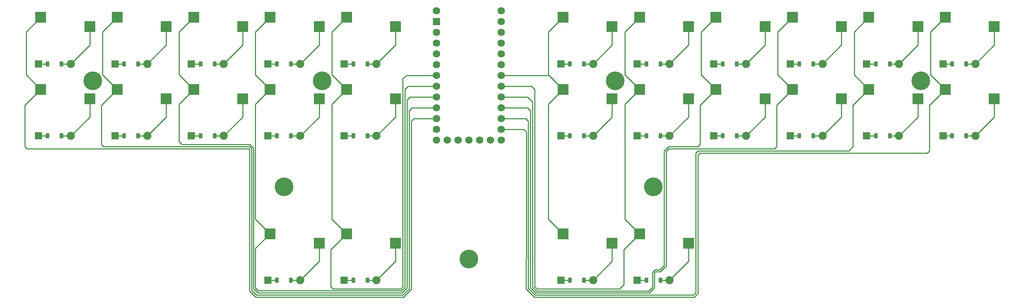
<source format=gbr>
%TF.GenerationSoftware,KiCad,Pcbnew,9.0.0*%
%TF.CreationDate,2025-03-10T18:29:08+01:00*%
%TF.ProjectId,pcb,7063622e-6b69-4636-9164-5f7063625858,v1.0.0*%
%TF.SameCoordinates,Original*%
%TF.FileFunction,Copper,L2,Bot*%
%TF.FilePolarity,Positive*%
%FSLAX46Y46*%
G04 Gerber Fmt 4.6, Leading zero omitted, Abs format (unit mm)*
G04 Created by KiCad (PCBNEW 9.0.0) date 2025-03-10 18:29:08*
%MOMM*%
%LPD*%
G01*
G04 APERTURE LIST*
%TA.AperFunction,ComponentPad*%
%ADD10R,1.778000X1.778000*%
%TD*%
%TA.AperFunction,SMDPad,CuDef*%
%ADD11R,0.900000X1.200000*%
%TD*%
%TA.AperFunction,ComponentPad*%
%ADD12C,1.905000*%
%TD*%
%TA.AperFunction,SMDPad,CuDef*%
%ADD13R,2.600000X2.600000*%
%TD*%
%TA.AperFunction,ComponentPad*%
%ADD14C,0.700000*%
%TD*%
%TA.AperFunction,ComponentPad*%
%ADD15C,4.400000*%
%TD*%
%TA.AperFunction,ComponentPad*%
%ADD16R,1.752600X1.752600*%
%TD*%
%TA.AperFunction,ComponentPad*%
%ADD17C,1.752600*%
%TD*%
%TA.AperFunction,Conductor*%
%ADD18C,0.250000*%
%TD*%
G04 APERTURE END LIST*
D10*
%TO.P,D13,1*%
%TO.N,D9*%
X237190000Y-105000000D03*
D11*
X239350000Y-105000000D03*
%TO.P,D13,2*%
%TO.N,index_rbottom*%
X242650000Y-105000000D03*
D12*
X244810000Y-105000000D03*
%TD*%
D10*
%TO.P,D14,1*%
%TO.N,D2*%
X237190000Y-88000000D03*
D11*
X239350000Y-88000000D03*
%TO.P,D14,2*%
%TO.N,index_rtop*%
X242650000Y-88000000D03*
D12*
X244810000Y-88000000D03*
%TD*%
D13*
%TO.P,S20,1*%
%TO.N,D7*%
X291725000Y-77050000D03*
%TO.P,S20,2*%
%TO.N,pinky_rtop*%
X303275000Y-79250000D03*
%TD*%
%TO.P,S14,1*%
%TO.N,D4*%
X237725000Y-77050000D03*
%TO.P,S14,2*%
%TO.N,index_rtop*%
X249275000Y-79250000D03*
%TD*%
D10*
%TO.P,D5,1*%
%TO.N,D23*%
X132190000Y-105000000D03*
D11*
X134350000Y-105000000D03*
%TO.P,D5,2*%
%TO.N,middle_lbottom*%
X137650000Y-105000000D03*
D12*
X139810000Y-105000000D03*
%TD*%
D10*
%TO.P,D24,1*%
%TO.N,D21*%
X168190000Y-139000000D03*
D11*
X170350000Y-139000000D03*
%TO.P,D24,2*%
%TO.N,inner_lttop*%
X173650000Y-139000000D03*
D12*
X175810000Y-139000000D03*
%TD*%
D14*
%TO.P,_5,1*%
%TO.N,N/C*%
X152350000Y-117000000D03*
X152833274Y-115833274D03*
X152833274Y-118166726D03*
X154000000Y-115350000D03*
D15*
X154000000Y-117000000D03*
D14*
X154000000Y-118650000D03*
X155166726Y-115833274D03*
X155166726Y-118166726D03*
X155650000Y-117000000D03*
%TD*%
D10*
%TO.P,D17,1*%
%TO.N,D9*%
X273190000Y-105000000D03*
D11*
X275350000Y-105000000D03*
%TO.P,D17,2*%
%TO.N,ring_rbottom*%
X278650000Y-105000000D03*
D12*
X280810000Y-105000000D03*
%TD*%
D13*
%TO.P,S9,1*%
%TO.N,D28*%
X168725000Y-94050000D03*
%TO.P,S9,2*%
%TO.N,inner_lbottom*%
X180275000Y-96250000D03*
%TD*%
D10*
%TO.P,D1,1*%
%TO.N,D23*%
X96190000Y-105000000D03*
D11*
X98350000Y-105000000D03*
%TO.P,D1,2*%
%TO.N,pinky_lbottom*%
X101650000Y-105000000D03*
D12*
X103810000Y-105000000D03*
%TD*%
D13*
%TO.P,S8,1*%
%TO.N,D27*%
X150725000Y-77050000D03*
%TO.P,S8,2*%
%TO.N,index_ltop*%
X162275000Y-79250000D03*
%TD*%
D10*
%TO.P,D16,1*%
%TO.N,D2*%
X255190000Y-88000000D03*
D11*
X257350000Y-88000000D03*
%TO.P,D16,2*%
%TO.N,middle_rtop*%
X260650000Y-88000000D03*
D12*
X262810000Y-88000000D03*
%TD*%
D10*
%TO.P,D22,1*%
%TO.N,D2*%
X309190000Y-88000000D03*
D11*
X311350000Y-88000000D03*
%TO.P,D22,2*%
%TO.N,outer_rtop*%
X314650000Y-88000000D03*
D12*
X316810000Y-88000000D03*
%TD*%
D10*
%TO.P,D19,1*%
%TO.N,D9*%
X291190000Y-105000000D03*
D11*
X293350000Y-105000000D03*
%TO.P,D19,2*%
%TO.N,pinky_rbottom*%
X296650000Y-105000000D03*
D12*
X298810000Y-105000000D03*
%TD*%
D10*
%TO.P,D2,1*%
%TO.N,D29*%
X96190000Y-88000000D03*
D11*
X98350000Y-88000000D03*
%TO.P,D2,2*%
%TO.N,pinky_ltop*%
X101650000Y-88000000D03*
D12*
X103810000Y-88000000D03*
%TD*%
D10*
%TO.P,D9,1*%
%TO.N,D23*%
X168190000Y-105000000D03*
D11*
X170350000Y-105000000D03*
%TO.P,D9,2*%
%TO.N,inner_lbottom*%
X173650000Y-105000000D03*
D12*
X175810000Y-105000000D03*
%TD*%
D10*
%TO.P,D20,1*%
%TO.N,D2*%
X291190000Y-88000000D03*
D11*
X293350000Y-88000000D03*
%TO.P,D20,2*%
%TO.N,pinky_rtop*%
X296650000Y-88000000D03*
D12*
X298810000Y-88000000D03*
%TD*%
D13*
%TO.P,S10,1*%
%TO.N,D28*%
X168725000Y-77050000D03*
%TO.P,S10,2*%
%TO.N,inner_ltop*%
X180275000Y-79250000D03*
%TD*%
D10*
%TO.P,D3,1*%
%TO.N,D23*%
X114190000Y-105000000D03*
D11*
X116350000Y-105000000D03*
%TO.P,D3,2*%
%TO.N,ring_lbottom*%
X119650000Y-105000000D03*
D12*
X121810000Y-105000000D03*
%TD*%
D10*
%TO.P,D26,1*%
%TO.N,D21*%
X237190000Y-139000000D03*
D11*
X239350000Y-139000000D03*
%TO.P,D26,2*%
%TO.N,outer_rttop*%
X242650000Y-139000000D03*
D12*
X244810000Y-139000000D03*
%TD*%
D10*
%TO.P,D21,1*%
%TO.N,D9*%
X309190000Y-105000000D03*
D11*
X311350000Y-105000000D03*
%TO.P,D21,2*%
%TO.N,outer_rbottom*%
X314650000Y-105000000D03*
D12*
X316810000Y-105000000D03*
%TD*%
D13*
%TO.P,S6,1*%
%TO.N,D26*%
X132725000Y-77050000D03*
%TO.P,S6,2*%
%TO.N,middle_ltop*%
X144275000Y-79250000D03*
%TD*%
D16*
%TO.P,MCU1,1*%
%TO.N,RAW*%
X189880000Y-78030000D03*
D17*
%TO.P,MCU1,2*%
%TO.N,Dm*%
X189880000Y-75490000D03*
%TO.N,GND*%
X189880000Y-80570000D03*
%TO.P,MCU1,3*%
%TO.N,RST*%
X189880000Y-83110000D03*
%TO.P,MCU1,4*%
%TO.N,VCC*%
X189880000Y-85650000D03*
%TO.P,MCU1,5*%
%TO.N,D29*%
X189880000Y-88190000D03*
%TO.P,MCU1,6*%
%TO.N,D28*%
X189880000Y-90730000D03*
%TO.P,MCU1,7*%
%TO.N,D27*%
X189880000Y-93270000D03*
%TO.P,MCU1,8*%
%TO.N,D26*%
X189880000Y-95810000D03*
%TO.P,MCU1,9*%
%TO.N,D22*%
X189880000Y-98350000D03*
%TO.P,MCU1,10*%
%TO.N,D20*%
X189880000Y-100890000D03*
%TO.P,MCU1,11*%
%TO.N,D23*%
X189880000Y-103430000D03*
%TO.P,MCU1,12*%
%TO.N,D21*%
X189880000Y-105970000D03*
%TO.P,MCU1,13*%
%TO.N,D12*%
X202580000Y-105970000D03*
%TO.P,MCU1,14*%
%TO.N,D13*%
X200040000Y-105970000D03*
%TO.P,MCU1,15*%
%TO.N,D14*%
X197500000Y-105970000D03*
%TO.P,MCU1,16*%
%TO.N,D15*%
X194960000Y-105970000D03*
%TO.P,MCU1,17*%
%TO.N,D16*%
X192420000Y-105970000D03*
%TO.P,MCU1,18*%
%TO.N,Dp*%
X205120000Y-75490000D03*
%TO.P,MCU1,19*%
%TO.N,D0*%
X205120000Y-78030000D03*
%TO.P,MCU1,20*%
%TO.N,D1*%
X205120000Y-80570000D03*
%TO.P,MCU1,21*%
%TO.N,GND*%
X205120000Y-83110000D03*
%TO.P,MCU1,22*%
X205120000Y-85650000D03*
%TO.P,MCU1,23*%
%TO.N,D2*%
X205120000Y-88190000D03*
%TO.P,MCU1,24*%
%TO.N,D3*%
X205120000Y-90730000D03*
%TO.P,MCU1,25*%
%TO.N,D4*%
X205120000Y-93270000D03*
%TO.P,MCU1,26*%
%TO.N,D5*%
X205120000Y-95810000D03*
%TO.P,MCU1,27*%
%TO.N,D6*%
X205120000Y-98350000D03*
%TO.P,MCU1,28*%
%TO.N,D7*%
X205120000Y-100890000D03*
%TO.P,MCU1,29*%
%TO.N,D8*%
X205120000Y-103430000D03*
%TO.P,MCU1,30*%
%TO.N,D9*%
X205120000Y-105970000D03*
%TD*%
D10*
%TO.P,D12,1*%
%TO.N,D2*%
X219190000Y-88000000D03*
D11*
X221350000Y-88000000D03*
%TO.P,D12,2*%
%TO.N,inner_rtop*%
X224650000Y-88000000D03*
D12*
X226810000Y-88000000D03*
%TD*%
D10*
%TO.P,D11,1*%
%TO.N,D9*%
X219190000Y-105000000D03*
D11*
X221350000Y-105000000D03*
%TO.P,D11,2*%
%TO.N,inner_rbottom*%
X224650000Y-105000000D03*
D12*
X226810000Y-105000000D03*
%TD*%
D13*
%TO.P,S22,1*%
%TO.N,D8*%
X309725000Y-77050000D03*
%TO.P,S22,2*%
%TO.N,outer_rtop*%
X321275000Y-79250000D03*
%TD*%
%TO.P,S4,1*%
%TO.N,D22*%
X114725000Y-77050000D03*
%TO.P,S4,2*%
%TO.N,ring_ltop*%
X126275000Y-79250000D03*
%TD*%
%TO.P,S3,1*%
%TO.N,D22*%
X114725000Y-94050000D03*
%TO.P,S3,2*%
%TO.N,ring_lbottom*%
X126275000Y-96250000D03*
%TD*%
D10*
%TO.P,D15,1*%
%TO.N,D9*%
X255190000Y-105000000D03*
D11*
X257350000Y-105000000D03*
%TO.P,D15,2*%
%TO.N,middle_rbottom*%
X260650000Y-105000000D03*
D12*
X262810000Y-105000000D03*
%TD*%
D10*
%TO.P,D7,1*%
%TO.N,D23*%
X150190000Y-105000000D03*
D11*
X152350000Y-105000000D03*
%TO.P,D7,2*%
%TO.N,index_lbottom*%
X155650000Y-105000000D03*
D12*
X157810000Y-105000000D03*
%TD*%
D13*
%TO.P,S23,1*%
%TO.N,D27*%
X150725000Y-128050000D03*
%TO.P,S23,2*%
%TO.N,outer_lttop*%
X162275000Y-130250000D03*
%TD*%
%TO.P,S5,1*%
%TO.N,D26*%
X132725000Y-94050000D03*
%TO.P,S5,2*%
%TO.N,middle_lbottom*%
X144275000Y-96250000D03*
%TD*%
%TO.P,S24,1*%
%TO.N,D28*%
X168725000Y-128050000D03*
%TO.P,S24,2*%
%TO.N,inner_lttop*%
X180275000Y-130250000D03*
%TD*%
%TO.P,S21,1*%
%TO.N,D8*%
X309725000Y-94050000D03*
%TO.P,S21,2*%
%TO.N,outer_rbottom*%
X321275000Y-96250000D03*
%TD*%
%TO.P,S1,1*%
%TO.N,D20*%
X96725000Y-94050000D03*
%TO.P,S1,2*%
%TO.N,pinky_lbottom*%
X108275000Y-96250000D03*
%TD*%
%TO.P,S17,1*%
%TO.N,D6*%
X273725000Y-94050000D03*
%TO.P,S17,2*%
%TO.N,ring_rbottom*%
X285275000Y-96250000D03*
%TD*%
%TO.P,S7,1*%
%TO.N,D27*%
X150725000Y-94050000D03*
%TO.P,S7,2*%
%TO.N,index_lbottom*%
X162275000Y-96250000D03*
%TD*%
D10*
%TO.P,D25,1*%
%TO.N,D21*%
X219190000Y-139000000D03*
D11*
X221350000Y-139000000D03*
%TO.P,D25,2*%
%TO.N,inner_rttop*%
X224650000Y-139000000D03*
D12*
X226810000Y-139000000D03*
%TD*%
D14*
%TO.P,_1,1*%
%TO.N,N/C*%
X107350000Y-92000000D03*
X107833274Y-90833274D03*
X107833274Y-93166726D03*
X109000000Y-90350000D03*
D15*
X109000000Y-92000000D03*
D14*
X109000000Y-93650000D03*
X110166726Y-90833274D03*
X110166726Y-93166726D03*
X110650000Y-92000000D03*
%TD*%
D13*
%TO.P,S12,1*%
%TO.N,D3*%
X219725000Y-77050000D03*
%TO.P,S12,2*%
%TO.N,inner_rtop*%
X231275000Y-79250000D03*
%TD*%
D14*
%TO.P,_6,1*%
%TO.N,N/C*%
X239350000Y-117000000D03*
X239833274Y-115833274D03*
X239833274Y-118166726D03*
X241000000Y-115350000D03*
D15*
X241000000Y-117000000D03*
D14*
X241000000Y-118650000D03*
X242166726Y-115833274D03*
X242166726Y-118166726D03*
X242650000Y-117000000D03*
%TD*%
D13*
%TO.P,S26,1*%
%TO.N,D4*%
X237725000Y-128050000D03*
%TO.P,S26,2*%
%TO.N,outer_rttop*%
X249275000Y-130250000D03*
%TD*%
%TO.P,S19,1*%
%TO.N,D7*%
X291725000Y-94050000D03*
%TO.P,S19,2*%
%TO.N,pinky_rbottom*%
X303275000Y-96250000D03*
%TD*%
D10*
%TO.P,D6,1*%
%TO.N,D29*%
X132190000Y-88000000D03*
D11*
X134350000Y-88000000D03*
%TO.P,D6,2*%
%TO.N,middle_ltop*%
X137650000Y-88000000D03*
D12*
X139810000Y-88000000D03*
%TD*%
D10*
%TO.P,D4,1*%
%TO.N,D29*%
X114190000Y-88000000D03*
D11*
X116350000Y-88000000D03*
%TO.P,D4,2*%
%TO.N,ring_ltop*%
X119650000Y-88000000D03*
D12*
X121810000Y-88000000D03*
%TD*%
D10*
%TO.P,D18,1*%
%TO.N,D2*%
X273190000Y-88000000D03*
D11*
X275350000Y-88000000D03*
%TO.P,D18,2*%
%TO.N,ring_rtop*%
X278650000Y-88000000D03*
D12*
X280810000Y-88000000D03*
%TD*%
D13*
%TO.P,S15,1*%
%TO.N,D5*%
X255725000Y-94050000D03*
%TO.P,S15,2*%
%TO.N,middle_rbottom*%
X267275000Y-96250000D03*
%TD*%
%TO.P,S13,1*%
%TO.N,D4*%
X237725000Y-94050000D03*
%TO.P,S13,2*%
%TO.N,index_rbottom*%
X249275000Y-96250000D03*
%TD*%
%TO.P,S18,1*%
%TO.N,D6*%
X273725000Y-77050000D03*
%TO.P,S18,2*%
%TO.N,ring_rtop*%
X285275000Y-79250000D03*
%TD*%
D10*
%TO.P,D10,1*%
%TO.N,D29*%
X168190000Y-88000000D03*
D11*
X170350000Y-88000000D03*
%TO.P,D10,2*%
%TO.N,inner_ltop*%
X173650000Y-88000000D03*
D12*
X175810000Y-88000000D03*
%TD*%
D13*
%TO.P,S16,1*%
%TO.N,D5*%
X255725000Y-77050000D03*
%TO.P,S16,2*%
%TO.N,middle_rtop*%
X267275000Y-79250000D03*
%TD*%
D10*
%TO.P,D23,1*%
%TO.N,D21*%
X150190000Y-139000000D03*
D11*
X152350000Y-139000000D03*
%TO.P,D23,2*%
%TO.N,outer_lttop*%
X155650000Y-139000000D03*
D12*
X157810000Y-139000000D03*
%TD*%
D13*
%TO.P,S25,1*%
%TO.N,D3*%
X219725000Y-128050000D03*
%TO.P,S25,2*%
%TO.N,inner_rttop*%
X231275000Y-130250000D03*
%TD*%
D14*
%TO.P,_4,1*%
%TO.N,N/C*%
X302350000Y-92000000D03*
X302833274Y-90833274D03*
X302833274Y-93166726D03*
X304000000Y-90350000D03*
D15*
X304000000Y-92000000D03*
D14*
X304000000Y-93650000D03*
X305166726Y-90833274D03*
X305166726Y-93166726D03*
X305650000Y-92000000D03*
%TD*%
D13*
%TO.P,S11,1*%
%TO.N,D3*%
X219725000Y-94050000D03*
%TO.P,S11,2*%
%TO.N,inner_rbottom*%
X231275000Y-96250000D03*
%TD*%
D14*
%TO.P,_3,1*%
%TO.N,N/C*%
X230350000Y-92000000D03*
X230833274Y-90833274D03*
X230833274Y-93166726D03*
X232000000Y-90350000D03*
D15*
X232000000Y-92000000D03*
D14*
X232000000Y-93650000D03*
X233166726Y-90833274D03*
X233166726Y-93166726D03*
X233650000Y-92000000D03*
%TD*%
D13*
%TO.P,S2,1*%
%TO.N,D20*%
X96725000Y-77050000D03*
%TO.P,S2,2*%
%TO.N,pinky_ltop*%
X108275000Y-79250000D03*
%TD*%
D10*
%TO.P,D8,1*%
%TO.N,D29*%
X150190000Y-88000000D03*
D11*
X152350000Y-88000000D03*
%TO.P,D8,2*%
%TO.N,index_ltop*%
X155650000Y-88000000D03*
D12*
X157810000Y-88000000D03*
%TD*%
D14*
%TO.P,_7,1*%
%TO.N,N/C*%
X195850000Y-134000000D03*
X196333274Y-132833274D03*
X196333274Y-135166726D03*
X197500000Y-132350000D03*
D15*
X197500000Y-134000000D03*
D14*
X197500000Y-135650000D03*
X198666726Y-132833274D03*
X198666726Y-135166726D03*
X199150000Y-134000000D03*
%TD*%
%TO.P,_2,1*%
%TO.N,N/C*%
X161350000Y-92000000D03*
X161833274Y-90833274D03*
X161833274Y-93166726D03*
X163000000Y-90350000D03*
D15*
X163000000Y-92000000D03*
D14*
X163000000Y-93650000D03*
X164166726Y-90833274D03*
X164166726Y-93166726D03*
X164650000Y-92000000D03*
%TD*%
D18*
%TO.N,D5*%
X255725000Y-94050000D02*
X252000000Y-97775000D01*
X241362190Y-136500000D02*
X240761311Y-137100879D01*
X252000000Y-97775000D02*
X252000000Y-107000000D01*
X252000000Y-107000000D02*
X251500000Y-107500000D01*
X240761311Y-137100879D02*
X240761311Y-140600879D01*
X251500000Y-107500000D02*
X244500000Y-107500000D01*
X243500000Y-115927696D02*
X243526000Y-115953696D01*
X243500000Y-108500000D02*
X243500000Y-115927696D01*
X243526000Y-118046304D02*
X243500000Y-118072304D01*
X212500000Y-97000000D02*
X211310000Y-95810000D01*
X243500000Y-135500000D02*
X242500000Y-136500000D01*
X244500000Y-107500000D02*
X243500000Y-108500000D01*
X243500000Y-118072304D02*
X243500000Y-135500000D01*
X243526000Y-115953696D02*
X243526000Y-118046304D01*
X242500000Y-136500000D02*
X241362190Y-136500000D01*
X240761311Y-140600879D02*
X239862190Y-141500000D01*
X239862190Y-141500000D02*
X213362190Y-141500000D01*
X213362190Y-141500000D02*
X212500000Y-140637810D01*
X212500000Y-140637810D02*
X212500000Y-97000000D01*
X211310000Y-95810000D02*
X205120000Y-95810000D01*
%TO.N,D6*%
X270000000Y-97775000D02*
X270000000Y-107500000D01*
X240000000Y-142000000D02*
X213224380Y-142000000D01*
X270000000Y-107500000D02*
X269500000Y-108000000D01*
X244637810Y-108000000D02*
X244000000Y-108637810D01*
X244000000Y-108637810D02*
X244000000Y-135637810D01*
X244000000Y-135637810D02*
X242637810Y-137000000D01*
X273725000Y-94050000D02*
X270000000Y-97775000D01*
X242637810Y-137000000D02*
X241500000Y-137000000D01*
X241500000Y-137000000D02*
X241212311Y-137287689D01*
X241212311Y-137287689D02*
X241212311Y-140787689D01*
X241212311Y-140787689D02*
X240000000Y-142000000D01*
X269500000Y-108000000D02*
X244637810Y-108000000D01*
X213224380Y-142000000D02*
X212000000Y-140775620D01*
X212000000Y-140775620D02*
X212000000Y-99000000D01*
X212000000Y-99000000D02*
X211350000Y-98350000D01*
X211350000Y-98350000D02*
X205120000Y-98350000D01*
%TO.N,D8*%
X306000000Y-108500000D02*
X305500000Y-109000000D01*
X211000000Y-134000000D02*
X211049000Y-133951000D01*
X211049000Y-104049000D02*
X210430000Y-103430000D01*
X305500000Y-109000000D02*
X252000000Y-109000000D01*
X211000000Y-141051240D02*
X211000000Y-134000000D01*
X252000000Y-109000000D02*
X251451000Y-109549000D01*
X251451000Y-109549000D02*
X251451000Y-142186810D01*
X309725000Y-94050000D02*
X306000000Y-97775000D01*
X251451000Y-142186810D02*
X250637810Y-143000000D01*
X306000000Y-97775000D02*
X306000000Y-108500000D01*
X250637810Y-143000000D02*
X212948760Y-143000000D01*
X212948760Y-143000000D02*
X211000000Y-141051240D01*
X211049000Y-133951000D02*
X211049000Y-104049000D01*
X210430000Y-103430000D02*
X205120000Y-103430000D01*
%TO.N,D7*%
X291725000Y-94050000D02*
X288000000Y-97775000D01*
X288000000Y-107500000D02*
X287000000Y-108500000D01*
X251000000Y-109000000D02*
X251000000Y-142000000D01*
X251000000Y-142000000D02*
X250500000Y-142500000D01*
X251500000Y-108500000D02*
X251000000Y-109000000D01*
X250500000Y-142500000D02*
X213086570Y-142500000D01*
X213086570Y-142500000D02*
X211500000Y-140913430D01*
X211500000Y-140913430D02*
X211500000Y-101500000D01*
X287000000Y-108500000D02*
X251500000Y-108500000D01*
X210890000Y-100890000D02*
X205120000Y-100890000D01*
X211500000Y-101500000D02*
X210890000Y-100890000D01*
X288000000Y-97775000D02*
X288000000Y-107500000D01*
%TO.N,D3*%
X205120000Y-90730000D02*
X216141200Y-90730000D01*
X216141200Y-90730000D02*
X216273100Y-90598100D01*
%TO.N,D4*%
X237725000Y-128050000D02*
X234000000Y-131775000D01*
X234000000Y-131775000D02*
X234000000Y-140000000D01*
X213500000Y-141000000D02*
X213000000Y-140500000D01*
X213000000Y-94000000D02*
X212270000Y-93270000D01*
X233000000Y-141000000D02*
X213500000Y-141000000D01*
X234000000Y-140000000D02*
X233000000Y-141000000D01*
X213000000Y-140500000D02*
X213000000Y-94000000D01*
X212270000Y-93270000D02*
X205120000Y-93270000D01*
%TO.N,D20*%
X145920100Y-108195720D02*
X145920100Y-141557910D01*
X96725000Y-94050000D02*
X93273100Y-90598100D01*
X145724380Y-108000000D02*
X145920100Y-108195720D01*
X182137810Y-143000000D02*
X184000000Y-141137810D01*
X93500000Y-108000000D02*
X145724380Y-108000000D01*
X145920100Y-141557910D02*
X147362190Y-143000000D01*
X96725000Y-94050000D02*
X93000000Y-97775000D01*
X147362190Y-143000000D02*
X182137810Y-143000000D01*
X93000000Y-107500000D02*
X93500000Y-108000000D01*
X93000000Y-97775000D02*
X93000000Y-107500000D01*
X93273100Y-90598100D02*
X93273100Y-80501900D01*
X184000000Y-101500000D02*
X184610000Y-100890000D01*
X184000000Y-141137810D02*
X184000000Y-101500000D01*
X93273100Y-80501900D02*
X96725000Y-77050000D01*
X184610000Y-100890000D02*
X189880000Y-100890000D01*
%TO.N,pinky_lbottom*%
X103810000Y-105000000D02*
X108275000Y-100535000D01*
X108275000Y-100535000D02*
X108275000Y-96250000D01*
X103810000Y-105000000D02*
X101650000Y-105000000D01*
%TO.N,pinky_ltop*%
X101650000Y-88000000D02*
X103810000Y-88000000D01*
X108275000Y-83535000D02*
X108275000Y-79250000D01*
X103810000Y-88000000D02*
X108275000Y-83535000D01*
%TO.N,D22*%
X111273100Y-80501900D02*
X114725000Y-77050000D01*
X145862190Y-107500000D02*
X146371100Y-108008910D01*
X111000000Y-97775000D02*
X111000000Y-107000000D01*
X111500000Y-107500000D02*
X145862190Y-107500000D01*
X111273100Y-90598100D02*
X111273100Y-80501900D01*
X184150000Y-98350000D02*
X189880000Y-98350000D01*
X114725000Y-94050000D02*
X111000000Y-97775000D01*
X111000000Y-107000000D02*
X111500000Y-107500000D01*
X182000000Y-142500000D02*
X183500000Y-141000000D01*
X183500000Y-99000000D02*
X184150000Y-98350000D01*
X114725000Y-94050000D02*
X111273100Y-90598100D01*
X146371100Y-141371100D02*
X147500000Y-142500000D01*
X146371100Y-108008910D02*
X146371100Y-141371100D01*
X147500000Y-142500000D02*
X182000000Y-142500000D01*
X183500000Y-141000000D02*
X183500000Y-99000000D01*
%TO.N,ring_lbottom*%
X126275000Y-100535000D02*
X126275000Y-96250000D01*
X121810000Y-105000000D02*
X126275000Y-100535000D01*
X121810000Y-105000000D02*
X119650000Y-105000000D01*
%TO.N,ring_ltop*%
X126275000Y-83535000D02*
X126275000Y-79250000D01*
X119650000Y-88000000D02*
X121810000Y-88000000D01*
X121810000Y-88000000D02*
X126275000Y-83535000D01*
%TO.N,D26*%
X129273100Y-97501900D02*
X132725000Y-94050000D01*
X183000000Y-96500000D02*
X183000000Y-140775620D01*
X183000000Y-140775620D02*
X181775620Y-142000000D01*
X146822100Y-140959910D02*
X146822100Y-107822100D01*
X129273100Y-90598100D02*
X129273100Y-80501900D01*
X129273100Y-106273100D02*
X129273100Y-97501900D01*
X147862190Y-142000000D02*
X146822100Y-140959910D01*
X129273100Y-80501900D02*
X132725000Y-77050000D01*
X183500000Y-96000000D02*
X183000000Y-96500000D01*
X132725000Y-94050000D02*
X129273100Y-90598100D01*
X183690000Y-95810000D02*
X183500000Y-96000000D01*
X146000000Y-107000000D02*
X130000000Y-107000000D01*
X181775620Y-142000000D02*
X147862190Y-142000000D01*
X189880000Y-95810000D02*
X183690000Y-95810000D01*
X130000000Y-107000000D02*
X129273100Y-106273100D01*
X146822100Y-107822100D02*
X146000000Y-107000000D01*
%TO.N,middle_lbottom*%
X144275000Y-100535000D02*
X144275000Y-96250000D01*
X139810000Y-105000000D02*
X137650000Y-105000000D01*
X139810000Y-105000000D02*
X144275000Y-100535000D01*
%TO.N,middle_ltop*%
X137650000Y-88000000D02*
X139810000Y-88000000D01*
X144275000Y-83535000D02*
X144275000Y-79250000D01*
X139810000Y-88000000D02*
X144275000Y-83535000D01*
%TO.N,D27*%
X147273100Y-140773100D02*
X147951000Y-141451000D01*
X181686810Y-141451000D02*
X182500000Y-140637810D01*
X147273100Y-97501900D02*
X150725000Y-94050000D01*
X147273100Y-124598100D02*
X147273100Y-97501900D01*
X182500000Y-140637810D02*
X182500000Y-94000000D01*
X147273100Y-80501900D02*
X150725000Y-77050000D01*
X182500000Y-94000000D02*
X183230000Y-93270000D01*
X150725000Y-128050000D02*
X147273100Y-124598100D01*
X183230000Y-93270000D02*
X189880000Y-93270000D01*
X150725000Y-94050000D02*
X147273100Y-90598100D01*
X147273100Y-131501900D02*
X147273100Y-140773100D01*
X147951000Y-141451000D02*
X181686810Y-141451000D01*
X150725000Y-128050000D02*
X147273100Y-131501900D01*
X147273100Y-90598100D02*
X147273100Y-80501900D01*
%TO.N,index_lbottom*%
X157810000Y-105000000D02*
X162275000Y-100535000D01*
X162275000Y-100535000D02*
X162275000Y-96250000D01*
X157810000Y-105000000D02*
X155650000Y-105000000D01*
%TO.N,index_ltop*%
X155650000Y-88000000D02*
X157810000Y-88000000D01*
X157810000Y-88000000D02*
X162275000Y-83535000D01*
X162275000Y-83535000D02*
X162275000Y-79250000D01*
%TO.N,D28*%
X165273100Y-90598100D02*
X165273100Y-80501900D01*
X168725000Y-128050000D02*
X165273100Y-124598100D01*
X165000000Y-131775000D02*
X165000000Y-140500000D01*
X182000000Y-91500000D02*
X182770000Y-90730000D01*
X168725000Y-94050000D02*
X165273100Y-90598100D01*
X182770000Y-90730000D02*
X189880000Y-90730000D01*
X181500000Y-141000000D02*
X182000000Y-140500000D01*
X165273100Y-80501900D02*
X168725000Y-77050000D01*
X165000000Y-140500000D02*
X165500000Y-141000000D01*
X168725000Y-128050000D02*
X165000000Y-131775000D01*
X165273100Y-97501900D02*
X168725000Y-94050000D01*
X165500000Y-141000000D02*
X181500000Y-141000000D01*
X165273100Y-124598100D02*
X165273100Y-97501900D01*
X182000000Y-140500000D02*
X182000000Y-91500000D01*
%TO.N,inner_lbottom*%
X180275000Y-100535000D02*
X180275000Y-96250000D01*
X175810000Y-105000000D02*
X180275000Y-100535000D01*
X175810000Y-105000000D02*
X173650000Y-105000000D01*
%TO.N,inner_ltop*%
X180275000Y-83535000D02*
X180275000Y-79250000D01*
X173650000Y-88000000D02*
X175810000Y-88000000D01*
X175810000Y-88000000D02*
X180275000Y-83535000D01*
%TO.N,D3*%
X216273100Y-90598100D02*
X216273100Y-80501900D01*
X216273100Y-80501900D02*
X219725000Y-77050000D01*
X216273100Y-124598100D02*
X216273100Y-97501900D01*
X219725000Y-94050000D02*
X216273100Y-90598100D01*
X216273100Y-97501900D02*
X219725000Y-94050000D01*
X219725000Y-128050000D02*
X216273100Y-124598100D01*
%TO.N,inner_rbottom*%
X226810000Y-105000000D02*
X231275000Y-100535000D01*
X231275000Y-100535000D02*
X231275000Y-96250000D01*
X224650000Y-105000000D02*
X226810000Y-105000000D01*
%TO.N,inner_rtop*%
X226810000Y-88000000D02*
X231275000Y-83535000D01*
X226810000Y-88000000D02*
X224650000Y-88000000D01*
X231275000Y-83535000D02*
X231275000Y-79250000D01*
%TO.N,D4*%
X234273100Y-124598100D02*
X234273100Y-97501900D01*
X237725000Y-94050000D02*
X234273100Y-90598100D01*
X234273100Y-97501900D02*
X237725000Y-94050000D01*
X234273100Y-90598100D02*
X234273100Y-80501900D01*
X234273100Y-80501900D02*
X237725000Y-77050000D01*
X237725000Y-128050000D02*
X234273100Y-124598100D01*
%TO.N,index_rbottom*%
X242650000Y-105000000D02*
X244810000Y-105000000D01*
X249275000Y-100535000D02*
X249275000Y-96250000D01*
X244810000Y-105000000D02*
X249275000Y-100535000D01*
%TO.N,index_rtop*%
X244810000Y-88000000D02*
X242650000Y-88000000D01*
X244810000Y-88000000D02*
X249275000Y-83535000D01*
X249275000Y-83535000D02*
X249275000Y-79250000D01*
%TO.N,D5*%
X255725000Y-94050000D02*
X252273100Y-90598100D01*
X252273100Y-80501900D02*
X255725000Y-77050000D01*
X252273100Y-90598100D02*
X252273100Y-80501900D01*
%TO.N,middle_rbottom*%
X262810000Y-105000000D02*
X267275000Y-100535000D01*
X260650000Y-105000000D02*
X262810000Y-105000000D01*
X267275000Y-100535000D02*
X267275000Y-96250000D01*
%TO.N,middle_rtop*%
X262810000Y-88000000D02*
X260650000Y-88000000D01*
X267275000Y-83535000D02*
X267275000Y-79250000D01*
X262810000Y-88000000D02*
X267275000Y-83535000D01*
%TO.N,D6*%
X270273100Y-90598100D02*
X270273100Y-80501900D01*
X273725000Y-94050000D02*
X270273100Y-90598100D01*
X270273100Y-80501900D02*
X273725000Y-77050000D01*
%TO.N,ring_rbottom*%
X285275000Y-100535000D02*
X285275000Y-96250000D01*
X280810000Y-105000000D02*
X285275000Y-100535000D01*
X278650000Y-105000000D02*
X280810000Y-105000000D01*
%TO.N,ring_rtop*%
X280810000Y-88000000D02*
X278650000Y-88000000D01*
X280810000Y-88000000D02*
X285275000Y-83535000D01*
X285275000Y-83535000D02*
X285275000Y-79250000D01*
%TO.N,D7*%
X291725000Y-94050000D02*
X288273100Y-90598100D01*
X288273100Y-80501900D02*
X291725000Y-77050000D01*
X288273100Y-90598100D02*
X288273100Y-80501900D01*
%TO.N,pinky_rbottom*%
X296650000Y-105000000D02*
X298810000Y-105000000D01*
X303275000Y-100535000D02*
X303275000Y-96250000D01*
X298810000Y-105000000D02*
X303275000Y-100535000D01*
%TO.N,pinky_rtop*%
X298810000Y-88000000D02*
X296650000Y-88000000D01*
X298810000Y-88000000D02*
X303275000Y-83535000D01*
X303275000Y-83535000D02*
X303275000Y-79250000D01*
%TO.N,D8*%
X306273100Y-80501900D02*
X309725000Y-77050000D01*
X306273100Y-90598100D02*
X306273100Y-80501900D01*
X309725000Y-94050000D02*
X306273100Y-90598100D01*
%TO.N,outer_rbottom*%
X314650000Y-105000000D02*
X316810000Y-105000000D01*
X316810000Y-105000000D02*
X321275000Y-100535000D01*
X321275000Y-100535000D02*
X321275000Y-96250000D01*
%TO.N,outer_rtop*%
X316810000Y-88000000D02*
X321275000Y-83535000D01*
X321275000Y-83535000D02*
X321275000Y-79250000D01*
X316810000Y-88000000D02*
X314650000Y-88000000D01*
%TO.N,outer_lttop*%
X157810000Y-139000000D02*
X162275000Y-134535000D01*
X162275000Y-134535000D02*
X162275000Y-130250000D01*
X155650000Y-139000000D02*
X157810000Y-139000000D01*
%TO.N,inner_lttop*%
X173650000Y-139000000D02*
X175810000Y-139000000D01*
X175810000Y-139000000D02*
X180275000Y-134535000D01*
X180275000Y-134535000D02*
X180275000Y-130250000D01*
%TO.N,inner_rttop*%
X231275000Y-134535000D02*
X231275000Y-130250000D01*
X226810000Y-139000000D02*
X231275000Y-134535000D01*
X224650000Y-139000000D02*
X226810000Y-139000000D01*
%TO.N,outer_rttop*%
X244810000Y-139000000D02*
X249275000Y-134535000D01*
X249275000Y-134535000D02*
X249275000Y-130250000D01*
X242650000Y-139000000D02*
X244810000Y-139000000D01*
%TO.N,D23*%
X116350000Y-105000000D02*
X114190000Y-105000000D01*
X134350000Y-105000000D02*
X132190000Y-105000000D01*
X98350000Y-105000000D02*
X96190000Y-105000000D01*
X170350000Y-105000000D02*
X168190000Y-105000000D01*
X152350000Y-105000000D02*
X150190000Y-105000000D01*
%TO.N,D29*%
X168190000Y-88000000D02*
X170350000Y-88000000D01*
X132190000Y-88000000D02*
X134350000Y-88000000D01*
X114190000Y-88000000D02*
X116350000Y-88000000D01*
X150190000Y-88000000D02*
X152350000Y-88000000D01*
X96190000Y-88000000D02*
X98350000Y-88000000D01*
%TO.N,D9*%
X219190000Y-105000000D02*
X221350000Y-105000000D01*
X309190000Y-105000000D02*
X311350000Y-105000000D01*
X255190000Y-105000000D02*
X257350000Y-105000000D01*
X273190000Y-105000000D02*
X275350000Y-105000000D01*
X291190000Y-105000000D02*
X293350000Y-105000000D01*
X237190000Y-105000000D02*
X239350000Y-105000000D01*
%TO.N,D2*%
X311350000Y-88000000D02*
X309190000Y-88000000D01*
X257350000Y-88000000D02*
X255190000Y-88000000D01*
X275350000Y-88000000D02*
X273190000Y-88000000D01*
X293350000Y-88000000D02*
X291190000Y-88000000D01*
X221350000Y-88000000D02*
X219190000Y-88000000D01*
X239350000Y-88000000D02*
X237190000Y-88000000D01*
%TO.N,D21*%
X150190000Y-139000000D02*
X152350000Y-139000000D01*
X168190000Y-139000000D02*
X170350000Y-139000000D01*
X219190000Y-139000000D02*
X221350000Y-139000000D01*
X237190000Y-139000000D02*
X239350000Y-139000000D01*
%TD*%
M02*

</source>
